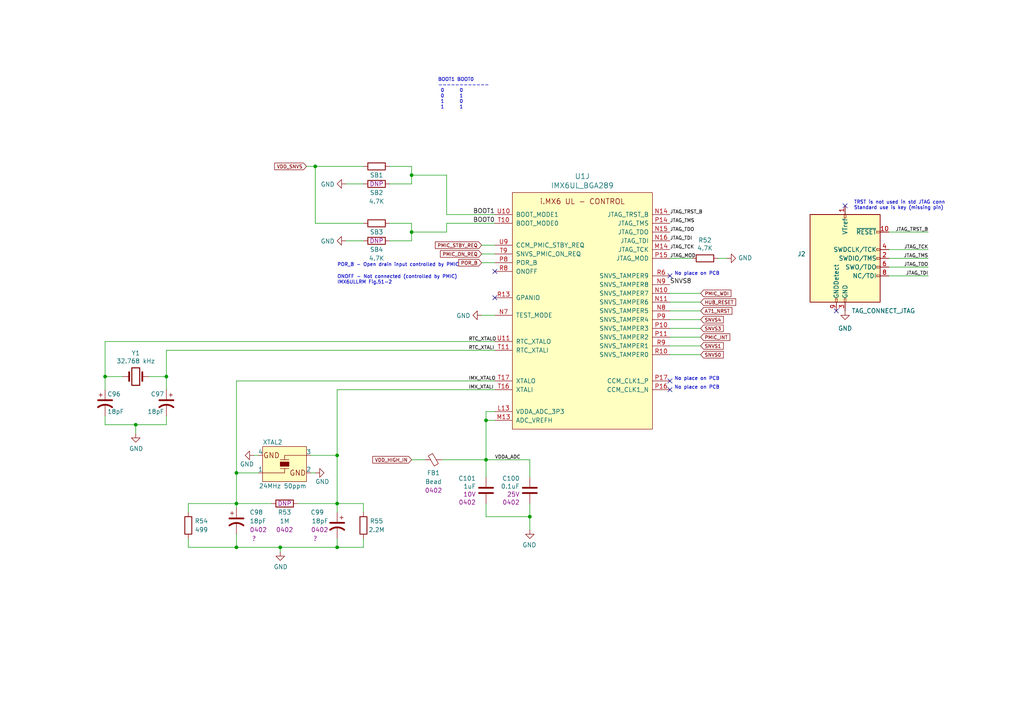
<source format=kicad_sch>
(kicad_sch (version 20211123) (generator eeschema)
  (paper "A4")
  (lib_symbols
    (symbol "Connector:Conn_ARM_JTAG_SWD_10" (pin_names (offset 1.016))
      (property "Reference" "J" (at -2.54 16.51 0))
      (property "Value" "Conn_ARM_JTAG_SWD_10" (at -2.54 13.97 0))
      (symbol "Conn_ARM_JTAG_SWD_10_1_1"
        (pin power_in line (at 0 15.24 270) (length 2.54) (name "VTref") (number "1"))
        (pin open_collector line (at 12.7 7.62 180) (length 2.54) (name "~{RESET}") (number "10"))
        (pin bidirectional line (at 12.7 0 180) (length 2.54) (name "SWDIO/TMS") (number "2"))
        (pin power_in line (at 0 -15.24 90) (length 2.54) (name "GND") (number "3"))
        (pin output line (at 12.7 2.54 180) (length 2.54) (name "SWDCLK/TCK") (number "4"))
        (pin passive line (at 0 -15.24 90) (length 2.54) hide (name "GND") (number "5"))
        (pin input line (at 12.7 -2.54 180) (length 2.54) (name "SWO/TDO") (number "6"))
        (pin no_connect line (at -10.16 0 0) (length 2.54) hide (name "KEY") (number "7"))
        (pin output line (at 12.7 -5.08 180) (length 2.54) (name "NC/TDI") (number "8"))
        (pin passive line (at -2.54 -15.24 90) (length 2.54) (name "GNDDetect") (number "9"))
      )
    )
    (symbol "Device:C" (pin_numbers hide) (pin_names (offset 0.254))
      (property "Reference" "C" (at 0.635 2.54 0))
      (property "Value" "C" (at 0.635 -2.54 0))
      (symbol "C_1_1"
        (pin passive line (at 0 3.81 270) (length 2.794) (name "~") (number "1"))
        (pin passive line (at 0 -3.81 90) (length 2.794) (name "~") (number "2"))
      )
    )
    (symbol "Device:Crystal" (pin_numbers hide) (pin_names (offset 1.016) hide)
      (property "Reference" "Y" (at 0 3.81 0))
      (property "Value" "Crystal" (at 0 -3.81 0))
      (symbol "Crystal_1_1"
        (pin passive line (at -3.81 0 0) (length 1.27) (name "1") (number "1"))
        (pin passive line (at 3.81 0 180) (length 1.27) (name "2") (number "2"))
      )
    )
    (symbol "Device:Ferrite_Bead_Small" (pin_numbers hide) (pin_names (offset 0))
      (property "Reference" "FB" (at 1.905 1.27 0))
      (property "Value" "Device_Ferrite_Bead_Small" (at 1.905 -1.27 0))
      (symbol "Ferrite_Bead_Small_1_1"
        (pin passive line (at 0 2.54 270) (length 1.27) (name "~") (number "1"))
        (pin passive line (at 0 -2.54 90) (length 1.27) (name "~") (number "2"))
      )
    )
    (symbol "Device:R" (pin_numbers hide) (pin_names (offset 0))
      (property "Reference" "R" (at 2.032 0 90))
      (property "Value" "R" (at 0 0 90))
      (symbol "R_1_1"
        (pin passive line (at 0 3.81 270) (length 1.27) (name "~") (number "1"))
        (pin passive line (at 0 -3.81 90) (length 1.27) (name "~") (number "2"))
      )
    )
    (symbol "custom_components:IMX6UL_BGA289" (pin_names (offset 1.016))
      (property "Reference" "U" (at 0 5.08 0))
      (property "Value" "IMX6UL_BGA289" (at 0 2.54 0))
      (symbol "IMX6UL_BGA289_1_0"
        (text "i.MX6 UL - POWER" (at 0 -2.54 0) (effects (font (size 1.524 1.524))))
      )
      (symbol "IMX6UL_BGA289_1_1"
        (text "LDO_1P1" (at -0.635 -57.15 0) (effects (font (size 1.27 1.27))))
        (text "LDO_2P5" (at -0.635 -50.8 0) (effects (font (size 1.27 1.27))))
        (text "LDO_ARM_SOC" (at 0 -11.43 0) (effects (font (size 1.27 1.27))))
        (text "LDO_SNVS" (at 0 -80.01 0) (effects (font (size 1.27 1.27))))
        (pin power_out line (at 34.29 -40.64 180) (length 5.08) (name "VDD_ARM_CAP") (number "G10"))
        (pin power_out line (at 34.29 -35.56 180) (length 5.08) (name "VDD_ARM_CAP") (number "G11"))
        (pin power_out line (at 34.29 -5.08 180) (length 5.08) (name "VDD_SOC_CAP") (number "G8"))
        (pin power_out line (at 34.29 -33.02 180) (length 5.08) (name "VDD_ARM_CAP") (number "G9"))
        (pin power_in line (at -34.29 -7.62 0) (length 5.08) (name "VDD_SOC_IN") (number "H10"))
        (pin power_out line (at 34.29 -38.1 180) (length 5.08) (name "VDD_ARM_CAP") (number "H11"))
        (pin power_out line (at 34.29 -17.78 180) (length 5.08) (name "VDD_SOC_CAP") (number "H8"))
        (pin power_in line (at -34.29 -5.08 0) (length 5.08) (name "VDD_SOC_IN") (number "H9"))
        (pin power_in line (at -34.29 -10.16 0) (length 5.08) (name "VDD_SOC_IN") (number "J10"))
        (pin power_out line (at 34.29 -12.7 180) (length 5.08) (name "VDD_SOC_CAP") (number "J11"))
        (pin power_out line (at 34.29 -20.32 180) (length 5.08) (name "VDD_SOC_CAP") (number "J8"))
        (pin power_in line (at -34.29 -15.24 0) (length 5.08) (name "VDD_SOC_IN") (number "J9"))
        (pin power_in line (at -34.29 -12.7 0) (length 5.08) (name "VDD_SOC_IN") (number "K10"))
        (pin power_out line (at 34.29 -15.24 180) (length 5.08) (name "VDD_SOC_CAP") (number "K11"))
        (pin power_out line (at 34.29 -22.86 180) (length 5.08) (name "VDD_SOC_CAP") (number "K8"))
        (pin power_in line (at -34.29 -17.78 0) (length 5.08) (name "VDD_SOC_IN") (number "K9"))
        (pin power_out line (at 34.29 -10.16 180) (length 5.08) (name "VDD_SOC_CAP") (number "L10"))
        (pin power_out line (at 34.29 -27.94 180) (length 5.08) (name "VDD_SOC_CAP") (number "L11"))
        (pin power_out line (at 34.29 -25.4 180) (length 5.08) (name "VDD_SOC_CAP") (number "L8"))
        (pin power_out line (at 34.29 -7.62 180) (length 5.08) (name "VDD_SOC_CAP") (number "L9"))
        (pin power_out line (at 34.29 -80.01 180) (length 5.08) (name "VDD_SNVS_CAP") (number "N12"))
        (pin power_in line (at -34.29 -50.8 0) (length 5.08) (name "VDD_HIGH_IN") (number "N13"))
        (pin power_in line (at -34.29 -80.01 0) (length 5.08) (name "VDD_SNVS_IN") (number "P12"))
        (pin power_out line (at 34.29 -57.15 180) (length 5.08) (name "NVCC_PLL") (number "P13"))
        (pin power_out line (at 34.29 -53.34 180) (length 5.08) (name "VDD_HIGH_CAP") (number "R14"))
        (pin power_out line (at 34.29 -50.8 180) (length 5.08) (name "VDD_HIGH_CAP") (number "R15"))
      )
      (symbol "IMX6UL_BGA289_2_0"
        (text "i.MX6 UL - DDR" (at 0 -2.54 0) (effects (font (size 1.524 1.524))))
      )
      (symbol "IMX6UL_BGA289_2_1"
        (pin input line (at 22.86 -8.89 180) (length 5.08) (name "DRAM_ODT1") (number "F1"))
        (pin input line (at 22.86 -36.83 180) (length 5.08) (name "DRAM_ADDR14") (number "G1"))
        (pin input line (at 22.86 -57.15 180) (length 5.08) (name "DRAM_ADDR06") (number "G2"))
        (pin input line (at -22.86 -6.35 0) (length 5.08) (name "DRAM_RESET") (number "G4"))
        (pin power_in line (at -22.86 -92.71 0) (length 5.08) (name "NVCC_DRAM") (number "G6"))
        (pin input line (at 22.86 -16.51 180) (length 5.08) (name "DRAM_SDBA1") (number "H1"))
        (pin input line (at 22.86 -69.85 180) (length 5.08) (name "DRAM_ADDR01") (number "H2"))
        (pin input line (at 22.86 -39.37 180) (length 5.08) (name "DRAM_ADDR13") (number "H3"))
        (pin input line (at 22.86 -54.61 180) (length 5.08) (name "DRAM_ADDR07") (number "H4"))
        (pin input line (at 22.86 -29.21 180) (length 5.08) (name "DRAM_CS1_B") (number "H5"))
        (pin power_in line (at -22.86 -90.17 0) (length 5.08) (name "NVCC_DRAM") (number "H6"))
        (pin input line (at 22.86 -26.67 180) (length 5.08) (name "DRAM_SDWE_B") (number "J1"))
        (pin input line (at 22.86 -24.13 180) (length 5.08) (name "DRAM_CAS_B") (number "J2"))
        (pin input line (at -22.86 -24.13 0) (length 5.08) (name "DRAM_SDCKE1") (number "J3"))
        (pin input line (at 22.86 -52.07 180) (length 5.08) (name "DRAM_ADDR08") (number "J4"))
        (pin power_in line (at -22.86 -80.01 0) (length 5.08) (name "NVCC_DRAM") (number "J6"))
        (pin input line (at 22.86 -67.31 180) (length 5.08) (name "DRAM_ADDR02") (number "K1"))
        (pin input line (at 22.86 -13.97 180) (length 5.08) (name "DRAM_SDBA2") (number "K2"))
        (pin input line (at 22.86 -44.45 180) (length 5.08) (name "DRAM_ADDR11") (number "K3"))
        (pin input line (at 22.86 -62.23 180) (length 5.08) (name "DRAM_ADDR04") (number "K4"))
        (pin input line (at 22.86 -34.29 180) (length 5.08) (name "DRAM_ADDR15") (number "K5"))
        (pin power_in line (at -22.86 -82.55 0) (length 5.08) (name "NVCC_DRAM") (number "K6"))
        (pin input line (at 22.86 -59.69 180) (length 5.08) (name "DRAM_ADDR05") (number "L1"))
        (pin input line (at 22.86 -49.53 180) (length 5.08) (name "DRAM_ADDR09") (number "L2"))
        (pin input line (at 22.86 -41.91 180) (length 5.08) (name "DRAM_ADDR12") (number "L4"))
        (pin input line (at 22.86 -72.39 180) (length 5.08) (name "DRAM_ADDR00") (number "L5"))
        (pin power_in line (at -22.86 -85.09 0) (length 5.08) (name "NVCC_DRAM") (number "L6"))
        (pin input line (at 22.86 -19.05 180) (length 5.08) (name "DRAM_SDBA0") (number "M1"))
        (pin input line (at 22.86 -64.77 180) (length 5.08) (name "DRAM_ADDR03") (number "M2"))
        (pin input line (at -22.86 -26.67 0) (length 5.08) (name "DRAM_SDCKE0") (number "M3"))
        (pin input line (at 22.86 -46.99 180) (length 5.08) (name "DRAM_ADDR10") (number "M4"))
        (pin input line (at 22.86 -21.59 180) (length 5.08) (name "DRAM_RAS_B") (number "M5"))
        (pin power_in line (at -22.86 -87.63 0) (length 5.08) (name "NVCC_DRAM") (number "M6"))
        (pin input line (at 22.86 -11.43 180) (length 5.08) (name "DRAM_ODT0") (number "N1"))
        (pin input line (at 22.86 -31.75 180) (length 5.08) (name "DRAM_CS0_B") (number "N2"))
        (pin input line (at 22.86 -6.35 180) (length 5.08) (name "DRAM_ZQPAD") (number "N4"))
        (pin power_in line (at 22.86 -80.01 180) (length 5.08) (name "NVCC_DRAM_2P5") (number "N6"))
        (pin input line (at -22.86 -19.05 0) (length 5.08) (name "DRAM_SDCLK0_P") (number "P1"))
        (pin input line (at -22.86 -21.59 0) (length 5.08) (name "DRAM_SDCLK0_N") (number "P2"))
        (pin input line (at -22.86 -39.37 0) (length 5.08) (name "DRAM_DATA13") (number "P3"))
        (pin input line (at 22.86 -90.17 180) (length 5.08) (name "DRAM_VREF") (number "P4"))
        (pin input line (at -22.86 -41.91 0) (length 5.08) (name "DRAM_DATA12") (number "P5"))
        (pin input line (at -22.86 -13.97 0) (length 5.08) (name "DRAM_SDQS0_P") (number "P6"))
        (pin input line (at -22.86 -16.51 0) (length 5.08) (name "DRAM_SDQS0_N") (number "P7"))
        (pin input line (at -22.86 -34.29 0) (length 5.08) (name "DRAM_DATA15") (number "R1"))
        (pin input line (at -22.86 -36.83 0) (length 5.08) (name "DRAM_DATA14") (number "R2"))
        (pin input line (at -22.86 -44.45 0) (length 5.08) (name "DRAM_DATA11") (number "R4"))
        (pin input line (at -22.86 -8.89 0) (length 5.08) (name "DRAM_SDQS1_P") (number "T1"))
        (pin input line (at -22.86 -11.43 0) (length 5.08) (name "DRAM_SDQS1_N") (number "T2"))
        (pin input line (at -22.86 -29.21 0) (length 5.08) (name "DRAM_DQM1") (number "T3"))
        (pin input line (at -22.86 -72.39 0) (length 5.08) (name "DRAM_DATA00") (number "T4"))
        (pin input line (at -22.86 -57.15 0) (length 5.08) (name "DRAM_DATA06") (number "T5"))
        (pin input line (at -22.86 -67.31 0) (length 5.08) (name "DRAM_DATA02") (number "T6"))
        (pin input line (at -22.86 -31.75 0) (length 5.08) (name "DRAM_DQM0") (number "T7"))
        (pin input line (at -22.86 -59.69 0) (length 5.08) (name "DRAM_DATA05") (number "T8"))
        (pin input line (at -22.86 -52.07 0) (length 5.08) (name "DRAM_DATA08") (number "U2"))
        (pin input line (at -22.86 -49.53 0) (length 5.08) (name "DRAM_DATA09") (number "U3"))
        (pin input line (at -22.86 -54.61 0) (length 5.08) (name "DRAM_DATA07") (number "U4"))
        (pin input line (at -22.86 -46.99 0) (length 5.08) (name "DRAM_DATA10") (number "U5"))
        (pin input line (at -22.86 -69.85 0) (length 5.08) (name "DRAM_DATA01") (number "U6"))
        (pin input line (at -22.86 -64.77 0) (length 5.08) (name "DRAM_DATA03") (number "U7"))
        (pin input line (at -22.86 -62.23 0) (length 5.08) (name "DRAM_DATA04") (number "U8"))
      )
      (symbol "IMX6UL_BGA289_3_0"
        (text "i.MX6 UL - NAND" (at -1.27 -2.54 0) (effects (font (size 1.524 1.524))))
      )
      (symbol "IMX6UL_BGA289_3_1"
        (pin input line (at -21.59 -16.51 0) (length 5.08) (name "NAND_READY_B") (number "A3"))
        (pin input line (at -21.59 -24.13 0) (length 5.08) (name "NAND_CLE") (number "A4"))
        (pin input line (at 21.59 -11.43 180) (length 5.08) (name "NAND_DATA07") (number "A5"))
        (pin input line (at 21.59 -13.97 180) (length 5.08) (name "NAND_DATA06") (number "A6"))
        (pin input line (at 21.59 -24.13 180) (length 5.08) (name "NAND_DATA02") (number "A7"))
        (pin input line (at -21.59 -31.75 0) (length 5.08) (name "NAND_ALE") (number "B4"))
        (pin input line (at -21.59 -26.67 0) (length 5.08) (name "NAND_CE1_B") (number "B5"))
        (pin input line (at 21.59 -16.51 180) (length 5.08) (name "NAND_DATA05") (number "B6"))
        (pin input line (at 21.59 -26.67 180) (length 5.08) (name "NAND_DATA01") (number "B7"))
        (pin input line (at -21.59 -29.21 0) (length 5.08) (name "NAND_CE0_B") (number "C5"))
        (pin input line (at 21.59 -19.05 180) (length 5.08) (name "NAND_DATA04") (number "C6"))
        (pin input line (at -21.59 -13.97 0) (length 5.08) (name "NAND_WE_B") (number "C8"))
        (pin input line (at -21.59 -11.43 0) (length 5.08) (name "NAND_WP_B") (number "D5"))
        (pin input line (at 21.59 -21.59 180) (length 5.08) (name "NAND_DATA03") (number "D6"))
        (pin input line (at 21.59 -29.21 180) (length 5.08) (name "NAND_DATA00") (number "D7"))
        (pin input line (at -21.59 -19.05 0) (length 5.08) (name "NAND_RE_B") (number "D8"))
        (pin input line (at -21.59 -21.59 0) (length 5.08) (name "NAND_DQS") (number "E6"))
        (pin power_in line (at -21.59 -6.35 0) (length 5.08) (name "NVCC_NAND") (number "E7"))
      )
      (symbol "IMX6UL_BGA289_4_0"
        (text "i.MX6 UL - CSI" (at 0 -2.54 0) (effects (font (size 1.524 1.524))))
      )
      (symbol "IMX6UL_BGA289_4_1"
        (pin input line (at 19.05 -6.35 180) (length 5.08) (name "CSI_DATA07") (number "D1"))
        (pin input line (at 19.05 -8.89 180) (length 5.08) (name "CSI_DATA06") (number "D2"))
        (pin input line (at 19.05 -11.43 180) (length 5.08) (name "CSI_DATA05") (number "D3"))
        (pin input line (at 19.05 -13.97 180) (length 5.08) (name "CSI_DATA04") (number "D4"))
        (pin input line (at 19.05 -16.51 180) (length 5.08) (name "CSI_DATA03") (number "E1"))
        (pin input line (at 19.05 -19.05 180) (length 5.08) (name "CSI_DATA02") (number "E2"))
        (pin input line (at 19.05 -21.59 180) (length 5.08) (name "CSI_DATA01") (number "E3"))
        (pin input line (at 19.05 -24.13 180) (length 5.08) (name "CSI_DATA00") (number "E4"))
        (pin input line (at 19.05 -31.75 180) (length 5.08) (name "CSI_PIXCLK") (number "E5"))
        (pin input line (at 19.05 -29.21 180) (length 5.08) (name "CSI_VSYNC") (number "F2"))
        (pin input line (at 19.05 -36.83 180) (length 5.08) (name "CSI_HSYNC") (number "F3"))
        (pin power_in line (at -17.78 -6.35 0) (length 5.08) (name "NVCC_CSI") (number "F4"))
        (pin input line (at 19.05 -34.29 180) (length 5.08) (name "CSI_MCLK") (number "F5"))
      )
      (symbol "IMX6UL_BGA289_5_0"
        (text "i.MX6 UL - GPIO" (at 0 -2.54 0) (effects (font (size 1.524 1.524))))
      )
      (symbol "IMX6UL_BGA289_5_1"
        (pin power_in line (at -17.78 -6.35 0) (length 5.08) (name "NVCC_GPIO") (number "J13"))
        (pin input line (at 17.78 -29.21 180) (length 5.08) (name "GPIO1_IO00") (number "K13"))
        (pin input line (at 17.78 -13.97 180) (length 5.08) (name "GPIO1_IO06") (number "K17"))
        (pin input line (at 17.78 -24.13 180) (length 5.08) (name "GPIO1_IO02") (number "L14"))
        (pin input line (at 17.78 -26.67 180) (length 5.08) (name "GPIO1_IO01") (number "L15"))
        (pin input line (at 17.78 -11.43 180) (length 5.08) (name "GPIO1_IO07") (number "L16"))
        (pin input line (at 17.78 -21.59 180) (length 5.08) (name "GPIO1_IO03") (number "L17"))
        (pin input line (at 17.78 -6.35 180) (length 5.08) (name "GPIO1_IO09") (number "M15"))
        (pin input line (at 17.78 -19.05 180) (length 5.08) (name "GPIO1_IO04") (number "M16"))
        (pin input line (at 17.78 -16.51 180) (length 5.08) (name "GPIO1_IO05") (number "M17"))
        (pin input line (at 17.78 -8.89 180) (length 5.08) (name "GPIO1_IO08") (number "N17"))
      )
      (symbol "IMX6UL_BGA289_6_0"
        (text "i.MX6 UL - LCD" (at 0 -2.54 0) (effects (font (size 1.524 1.524))))
      )
      (symbol "IMX6UL_BGA289_6_1"
        (pin input line (at -21.59 -29.21 0) (length 5.08) (name "LCD_DATA06") (number "A10"))
        (pin input line (at 21.59 -41.91 180) (length 5.08) (name "LCD_DATA09") (number "A11"))
        (pin input line (at 21.59 -29.21 180) (length 5.08) (name "LCD_DATA14") (number "A12"))
        (pin input line (at 21.59 -19.05 180) (length 5.08) (name "LCD_DATA18") (number "A13"))
        (pin input line (at 21.59 -8.89 180) (length 5.08) (name "LCD_DATA22") (number "A14"))
        (pin input line (at -21.59 -11.43 0) (length 5.08) (name "LCD_CLK") (number "A8"))
        (pin input line (at -21.59 -41.91 0) (length 5.08) (name "LCD_DATA01") (number "A9"))
        (pin input line (at -21.59 -31.75 0) (length 5.08) (name "LCD_DATA05") (number "B10"))
        (pin input line (at 21.59 -44.45 180) (length 5.08) (name "LCD_DATA08") (number "B11"))
        (pin input line (at 21.59 -31.75 180) (length 5.08) (name "LCD_DATA13") (number "B12"))
        (pin input line (at 21.59 -21.59 180) (length 5.08) (name "LCD_DATA17") (number "B13"))
        (pin input line (at 21.59 -11.43 180) (length 5.08) (name "LCD_DATA21") (number "B14"))
        (pin input line (at 21.59 -6.35 180) (length 5.08) (name "LCD_DATA23") (number "B16"))
        (pin input line (at -21.59 -16.51 0) (length 5.08) (name "LCD_ENABLE") (number "B8"))
        (pin input line (at -21.59 -44.45 0) (length 5.08) (name "LCD_DATA00") (number "B9"))
        (pin input line (at -21.59 -34.29 0) (length 5.08) (name "LCD_DATA04") (number "C10"))
        (pin input line (at 21.59 -34.29 180) (length 5.08) (name "LCD_DATA12") (number "C12"))
        (pin input line (at 21.59 -24.13 180) (length 5.08) (name "LCD_DATA16") (number "C13"))
        (pin input line (at 21.59 -13.97 180) (length 5.08) (name "LCD_DATA20") (number "C14"))
        (pin input line (at -21.59 -19.05 0) (length 5.08) (name "LCD_VSYNC") (number "C9"))
        (pin input line (at -21.59 -36.83 0) (length 5.08) (name "LCD_DATA03") (number "D10"))
        (pin input line (at -21.59 -26.67 0) (length 5.08) (name "LCD_DATA07") (number "D11"))
        (pin input line (at 21.59 -36.83 180) (length 5.08) (name "LCD_DATA11") (number "D12"))
        (pin input line (at 21.59 -26.67 180) (length 5.08) (name "LCD_DATA15") (number "D13"))
        (pin input line (at 21.59 -16.51 180) (length 5.08) (name "LCD_DATA19") (number "D14"))
        (pin input line (at -21.59 -21.59 0) (length 5.08) (name "LCD_HSYNC") (number "D9"))
        (pin input line (at -21.59 -39.37 0) (length 5.08) (name "LCD_DATA02") (number "E10"))
        (pin input line (at 21.59 -39.37 180) (length 5.08) (name "LCD_DATA10") (number "E12"))
        (pin power_in line (at -21.59 -6.35 0) (length 5.08) (name "NVCC_LCD") (number "E13"))
        (pin input line (at -21.59 -13.97 0) (length 5.08) (name "LCD_RESET") (number "E9"))
      )
      (symbol "IMX6UL_BGA289_7_0"
        (text "i.MX6 UL - USB" (at 0 -2.54 0) (effects (font (size 1.524 1.524))))
      )
      (symbol "IMX6UL_BGA289_7_1"
        (text "LDO_USB" (at -7.62 -26.67 0) (effects (font (size 1.27 1.27))))
        (pin power_out line (at 20.32 -26.67 180) (length 5.08) (name "VDD_USB_CAP") (number "R12"))
        (pin power_in line (at -19.05 -6.35 0) (length 5.08) (name "USB_OTG1_VBUS") (number "T12"))
        (pin input line (at 20.32 -19.05 180) (length 5.08) (name "USB_OTG2_DN") (number "T13"))
        (pin input line (at 20.32 -11.43 180) (length 5.08) (name "USB_OTG1_DN") (number "T15"))
        (pin power_in line (at -19.05 -16.51 0) (length 5.08) (name "USB_OTG2_VBUS") (number "U12"))
        (pin input line (at 20.32 -21.59 180) (length 5.08) (name "USB_OTG2_DP") (number "U13"))
        (pin input line (at 20.32 -13.97 180) (length 5.08) (name "USB_OTG1_DP") (number "U15"))
        (pin input line (at 20.32 -8.89 180) (length 5.08) (name "USB_OTG1_CHD_B") (number "U16"))
      )
      (symbol "IMX6UL_BGA289_8_0"
        (text "i.MX6 UL - SD" (at 0 -2.54 0) (effects (font (size 1.524 1.524))))
      )
      (symbol "IMX6UL_BGA289_8_1"
        (pin input line (at 17.78 -5.08 180) (length 5.08) (name "SD1_DATA3") (number "A2"))
        (pin input line (at 17.78 -7.62 180) (length 5.08) (name "SD1_DATA2") (number "B1"))
        (pin input line (at 17.78 -10.16 180) (length 5.08) (name "SD1_DATA1") (number "B2"))
        (pin input line (at 17.78 -12.7 180) (length 5.08) (name "SD1_DATA0") (number "B3"))
        (pin input line (at 17.78 -17.78 180) (length 5.08) (name "SD1_CLK") (number "C1"))
        (pin input line (at 17.78 -15.24 180) (length 5.08) (name "SD1_CMD") (number "C2"))
        (pin power_in line (at -17.78 -5.08 0) (length 5.08) (name "NVCC_SD1") (number "C4"))
      )
      (symbol "IMX6UL_BGA289_9_0"
        (text "i.MX6 UL - ETHERNET" (at 0 -2.54 0) (effects (font (size 1.524 1.524))))
      )
      (symbol "IMX6UL_BGA289_9_1"
        (pin input line (at 22.86 -16.51 180) (length 5.08) (name "ENET2_TX_DATA0") (number "A15"))
        (pin input line (at 22.86 -13.97 180) (length 5.08) (name "ENET2_TX_DATA1") (number "A16"))
        (pin input line (at 22.86 -11.43 180) (length 5.08) (name "ENET2_TX_EN") (number "B15"))
        (pin input line (at 22.86 -24.13 180) (length 5.08) (name "ENET2_RX_EN") (number "B17"))
        (pin input line (at 22.86 -26.67 180) (length 5.08) (name "ENET2_RX_DATA1") (number "C16"))
        (pin input line (at 22.86 -29.21 180) (length 5.08) (name "ENET2_RX_DATA0") (number "C17"))
        (pin input line (at -22.86 -21.59 0) (length 5.08) (name "ENET1_RX_ER") (number "D15"))
        (pin input line (at 22.86 -21.59 180) (length 5.08) (name "ENET2_RX_ER") (number "D16"))
        (pin input line (at 22.86 -19.05 180) (length 5.08) (name "ENET2_TX_CLK") (number "D17"))
        (pin input line (at -22.86 -13.97 0) (length 5.08) (name "ENET1_TX_DATA1") (number "E14"))
        (pin input line (at -22.86 -16.51 0) (length 5.08) (name "ENET1_TX_DATA0") (number "E15"))
        (pin input line (at -22.86 -24.13 0) (length 5.08) (name "ENET1_RX_EN") (number "E16"))
        (pin input line (at -22.86 -26.67 0) (length 5.08) (name "ENET1_RX_DATA1") (number "E17"))
        (pin power_in line (at -22.86 -6.35 0) (length 5.08) (name "NVCC_ENET") (number "F13"))
        (pin input line (at -22.86 -19.05 0) (length 5.08) (name "ENET1_TX_CLK") (number "F14"))
        (pin input line (at -22.86 -11.43 0) (length 5.08) (name "ENET1_TX_EN") (number "F15"))
        (pin input line (at -22.86 -29.21 0) (length 5.08) (name "ENET1_RX_DATA0") (number "F16"))
      )
      (symbol "IMX6UL_BGA289_10_0"
        (text "i.MX6 UL - CONTROL" (at 0 -2.54 0) (effects (font (size 1.524 1.524))))
      )
      (symbol "IMX6UL_BGA289_10_1"
        (pin power_in line (at -25.4 -63.5 0) (length 5.08) (name "VDDA_ADC_3P3") (number "L13"))
        (pin power_in line (at -25.4 -66.04 0) (length 5.08) (name "ADC_VREFH") (number "M13"))
        (pin input line (at 25.4 -16.51 180) (length 5.08) (name "JTAG_TCK") (number "M14"))
        (pin input line (at 25.4 -29.21 180) (length 5.08) (name "SNVS_TAMPER7") (number "N10"))
        (pin input line (at 25.4 -31.75 180) (length 5.08) (name "SNVS_TAMPER6") (number "N11"))
        (pin input line (at 25.4 -6.35 180) (length 5.08) (name "JTAG_TRST_B") (number "N14"))
        (pin input line (at 25.4 -11.43 180) (length 5.08) (name "JTAG_TDO") (number "N15"))
        (pin input line (at 25.4 -13.97 180) (length 5.08) (name "JTAG_TDI") (number "N16"))
        (pin input line (at -25.4 -35.56 0) (length 5.08) (name "TEST_MODE") (number "N7"))
        (pin input line (at 25.4 -34.29 180) (length 5.08) (name "SNVS_TAMPER5") (number "N8"))
        (pin input line (at 25.4 -26.67 180) (length 5.08) (name "SNVS_TAMPER8") (number "N9"))
        (pin input line (at 25.4 -39.37 180) (length 5.08) (name "SNVS_TAMPER3") (number "P10"))
        (pin input line (at 25.4 -41.91 180) (length 5.08) (name "SNVS_TAMPER2") (number "P11"))
        (pin input line (at 25.4 -8.89 180) (length 5.08) (name "JTAG_TMS") (number "P14"))
        (pin input line (at 25.4 -19.05 180) (length 5.08) (name "JTAG_MOD") (number "P15"))
        (pin bidirectional line (at 25.4 -57.15 180) (length 5.08) (name "CCM_CLK1_N") (number "P16"))
        (pin bidirectional line (at 25.4 -54.61 180) (length 5.08) (name "CCM_CLK1_P") (number "P17"))
        (pin input line (at -25.4 -20.32 0) (length 5.08) (name "POR_B") (number "P8"))
        (pin input line (at 25.4 -36.83 180) (length 5.08) (name "SNVS_TAMPER4") (number "P9"))
        (pin input line (at 25.4 -46.99 180) (length 5.08) (name "SNVS_TAMPER0") (number "R10"))
        (pin input line (at -25.4 -30.48 0) (length 5.08) (name "GPANIO") (number "R13"))
        (pin input line (at 25.4 -24.13 180) (length 5.08) (name "SNVS_TAMPER9") (number "R6"))
        (pin input line (at -25.4 -22.86 0) (length 5.08) (name "ONOFF") (number "R8"))
        (pin input line (at 25.4 -44.45 180) (length 5.08) (name "SNVS_TAMPER1") (number "R9"))
        (pin input line (at -25.4 -8.89 0) (length 5.08) (name "BOOT_MODE0") (number "T10"))
        (pin input line (at -25.4 -45.72 0) (length 5.08) (name "RTC_XTALI") (number "T11"))
        (pin input line (at -25.4 -57.15 0) (length 5.08) (name "XTALI") (number "T16"))
        (pin input line (at -25.4 -54.61 0) (length 5.08) (name "XTALO") (number "T17"))
        (pin input line (at -25.4 -17.78 0) (length 5.08) (name "SNVS_PMIC_ON_REQ") (number "T9"))
        (pin input line (at -25.4 -6.35 0) (length 5.08) (name "BOOT_MODE1") (number "U10"))
        (pin input line (at -25.4 -43.18 0) (length 5.08) (name "RTC_XTALO") (number "U11"))
        (pin input line (at -25.4 -15.24 0) (length 5.08) (name "CCM_PMIC_STBY_REQ") (number "U9"))
      )
      (symbol "IMX6UL_BGA289_11_0"
        (text "i.MX6 UL - UART" (at 0 -2.54 0) (effects (font (size 1.524 1.524))))
      )
      (symbol "IMX6UL_BGA289_11_1"
        (pin input line (at 21.59 -54.61 180) (length 5.08) (name "UART5_TX_DATA") (number "F17"))
        (pin input line (at 21.59 -52.07 180) (length 5.08) (name "UART5_RX_DATA") (number "G13"))
        (pin input line (at 21.59 -34.29 180) (length 5.08) (name "UART3_RTS_B") (number "G14"))
        (pin input line (at 21.59 -44.45 180) (length 5.08) (name "UART4_RX_DATA") (number "G16"))
        (pin input line (at 21.59 -46.99 180) (length 5.08) (name "UART4_TX_DATA") (number "G17"))
        (pin power_in line (at -22.86 -6.35 0) (length 5.08) (name "NVCC_UART") (number "H13"))
        (pin input line (at 21.59 -21.59 180) (length 5.08) (name "UART2_RTS_B") (number "H14"))
        (pin input line (at 21.59 -31.75 180) (length 5.08) (name "UART3_CTS_B") (number "H15"))
        (pin input line (at 21.59 -36.83 180) (length 5.08) (name "UART3_RX_DATA") (number "H16"))
        (pin input line (at 21.59 -39.37 180) (length 5.08) (name "UART3_TX_DATA") (number "H17"))
        (pin input line (at 21.59 -8.89 180) (length 5.08) (name "UART1_RTS_B") (number "J14"))
        (pin input line (at 21.59 -19.05 180) (length 5.08) (name "UART2_CTS_B") (number "J15"))
        (pin input line (at 21.59 -24.13 180) (length 5.08) (name "UART2_RX_DATA") (number "J16"))
        (pin input line (at 21.59 -26.67 180) (length 5.08) (name "UART2_TX_DATA") (number "J17"))
        (pin input line (at 21.59 -13.97 180) (length 5.08) (name "UART1_TX_DATA") (number "K14"))
        (pin input line (at 21.59 -6.35 180) (length 5.08) (name "UART1_CTS_B") (number "K15"))
        (pin input line (at 21.59 -11.43 180) (length 5.08) (name "UART1_RX_DATA") (number "K16"))
      )
      (symbol "IMX6UL_BGA289_12_0"
        (text "i.MX6 UL - GND" (at 0 -2.54 0) (effects (font (size 1.524 1.524))))
      )
      (symbol "IMX6UL_BGA289_12_1"
        (pin power_in line (at -22.86 -5.08 0) (length 5.08) (name "VSS") (number "A1"))
        (pin power_in line (at 21.59 -58.42 180) (length 5.08) (name "VSS") (number "A17"))
        (pin power_in line (at -22.86 -30.48 0) (length 5.08) (name "VSS") (number "C11"))
        (pin power_in line (at 21.59 -25.4 180) (length 5.08) (name "VSS") (number "C15"))
        (pin power_in line (at -22.86 -35.56 0) (length 5.08) (name "VSS") (number "C3"))
        (pin power_in line (at 21.59 -12.7 180) (length 5.08) (name "VSS") (number "C7"))
        (pin power_in line (at 21.59 -30.48 180) (length 5.08) (name "VSS") (number "E11"))
        (pin power_in line (at 21.59 -7.62 180) (length 5.08) (name "VSS") (number "E8"))
        (pin power_in line (at -22.86 -55.88 0) (length 5.08) (name "VSS") (number "F10"))
        (pin power_in line (at 21.59 -33.02 180) (length 5.08) (name "VSS") (number "F11"))
        (pin power_in line (at 21.59 -40.64 180) (length 5.08) (name "VSS") (number "F12"))
        (pin power_in line (at -22.86 -63.5 0) (length 5.08) (name "VSS") (number "F6"))
        (pin power_in line (at -22.86 -7.62 0) (length 5.08) (name "VSS") (number "F7"))
        (pin power_in line (at 21.59 -10.16 180) (length 5.08) (name "VSS") (number "F8"))
        (pin power_in line (at 21.59 -17.78 180) (length 5.08) (name "VSS") (number "F9"))
        (pin power_in line (at 21.59 -43.18 180) (length 5.08) (name "VSS") (number "G12"))
        (pin power_in line (at 21.59 -27.94 180) (length 5.08) (name "VSS") (number "G15"))
        (pin power_in line (at -22.86 -38.1 0) (length 5.08) (name "VSS") (number "G3"))
        (pin power_in line (at -22.86 -48.26 0) (length 5.08) (name "VSS") (number "G5"))
        (pin power_in line (at -22.86 -10.16 0) (length 5.08) (name "VSS") (number "G7"))
        (pin power_in line (at 21.59 -48.26 180) (length 5.08) (name "VSS") (number "H12"))
        (pin power_in line (at -22.86 -12.7 0) (length 5.08) (name "VSS") (number "H7"))
        (pin power_in line (at 21.59 -45.72 180) (length 5.08) (name "VSS") (number "J12"))
        (pin power_in line (at -22.86 -50.8 0) (length 5.08) (name "VSS") (number "J5"))
        (pin power_in line (at -22.86 -15.24 0) (length 5.08) (name "VSS") (number "J7"))
        (pin power_in line (at 21.59 -50.8 180) (length 5.08) (name "VSS") (number "K12"))
        (pin power_in line (at -22.86 -17.78 0) (length 5.08) (name "VSS") (number "K7"))
        (pin power_in line (at 21.59 -53.34 180) (length 5.08) (name "VSS") (number "L12"))
        (pin power_in line (at -22.86 -40.64 0) (length 5.08) (name "VSS") (number "L3"))
        (pin power_in line (at -22.86 -20.32 0) (length 5.08) (name "VSS") (number "L7"))
        (pin power_in line (at -22.86 -27.94 0) (length 5.08) (name "VSS") (number "M10"))
        (pin power_in line (at 21.59 -35.56 180) (length 5.08) (name "VSS") (number "M11"))
        (pin power_in line (at 21.59 -63.5 180) (length 5.08) (name "NGND_KEL0") (number "M12"))
        (pin power_in line (at -22.86 -22.86 0) (length 5.08) (name "VSS") (number "M7"))
        (pin power_in line (at 21.59 -15.24 180) (length 5.08) (name "VSS") (number "M8"))
        (pin power_in line (at -22.86 -53.34 0) (length 5.08) (name "VSS") (number "M9"))
        (pin power_in line (at -22.86 -43.18 0) (length 5.08) (name "VSS") (number "N3"))
        (pin power_in line (at -22.86 -58.42 0) (length 5.08) (name "VSS") (number "N5"))
        (pin power_in line (at 21.59 -38.1 180) (length 5.08) (name "VSS") (number "R11"))
        (pin power_in line (at 21.59 -55.88 180) (length 5.08) (name "VSS") (number "R16"))
        (pin power_in line (at 21.59 -5.08 180) (length 5.08) (name "VSS") (number "R17"))
        (pin power_in line (at -22.86 -45.72 0) (length 5.08) (name "VSS") (number "R3"))
        (pin power_in line (at -22.86 -60.96 0) (length 5.08) (name "VSS") (number "R5"))
        (pin power_in line (at -22.86 -25.4 0) (length 5.08) (name "VSS") (number "R7"))
        (pin power_in line (at 21.59 -20.32 180) (length 5.08) (name "VSS") (number "T14"))
        (pin power_in line (at -22.86 -33.02 0) (length 5.08) (name "VSS") (number "U1"))
        (pin power_in line (at 21.59 -22.86 180) (length 5.08) (name "VSS") (number "U14"))
        (pin power_in line (at 21.59 -60.96 180) (length 5.08) (name "VSS") (number "U17"))
      )
    )
    (symbol "custom_components:XTAL" (pin_numbers hide) (pin_names (offset 0))
      (property "Reference" "XTAL" (at -6.35 6.35 0))
      (property "Value" "XTAL" (at 6.35 -6.35 0))
      (symbol "XTAL_0_0"
        (text "GND" (at -3.81 2.54 0) (effects (font (size 1.524 1.524))))
        (text "GND" (at 3.81 -2.54 0) (effects (font (size 1.524 1.524))))
      )
      (symbol "XTAL_1_1"
        (pin passive line (at -7.62 -2.54 0) (length 1.27) (name "1") (number "1"))
        (pin passive line (at 7.62 -2.54 180) (length 1.27) (name "2") (number "2"))
        (pin passive line (at 7.62 2.54 180) (length 1.27) (name "3") (number "3"))
        (pin passive line (at -7.62 2.54 0) (length 1.27) (name "4") (number "4"))
      )
    )
    (symbol "nano-rescue:CP1" (pin_numbers hide) (pin_names (offset 0.254) hide)
      (property "Reference" "C" (at 0.635 2.54 0))
      (property "Value" "CP1" (at 0.635 -2.54 0))
      (symbol "CP1_1_1"
        (pin passive line (at 0 3.81 270) (length 2.794) (name "~") (number "1"))
        (pin passive line (at 0 -3.81 90) (length 3.302) (name "~") (number "2"))
      )
    )
    (symbol "nano-rescue:R" (pin_numbers hide) (pin_names (offset 0))
      (property "Reference" "R" (at 2.032 0 90))
      (property "Value" "R" (at 0 0 90))
      (symbol "R_1_1"
        (pin passive line (at 0 3.81 270) (length 1.27) (name "~") (number "1"))
        (pin passive line (at 0 -3.81 90) (length 1.27) (name "~") (number "2"))
      )
    )
    (symbol "power:GND" (power) (pin_names (offset 0))
      (property "Value" "GND" (at 0 -3.81 0))
      (symbol "GND_1_1"
        (pin power_in line (at 0 0 270) (length 0) hide (name "GND") (number "1"))
      )
    )
  )
  (junction (at 153.67 149.86))
  (junction (at 48.26 109.22))
  (junction (at 97.79 132.08))
  (junction (at 39.37 123.19))
  (junction (at 119.38 50.8))
  (junction (at 81.28 158.75))
  (junction (at 91.44 48.26))
  (junction (at 30.48 109.22))
  (junction (at 68.58 158.75))
  (junction (at 97.79 158.75))
  (junction (at 140.97 121.92))
  (junction (at 68.58 137.16))
  (junction (at 97.79 146.05))
  (junction (at 119.38 67.31))
  (junction (at 140.97 133.35))
  (junction (at 68.58 146.05))
  (no_connect (at 245.11 59.69))
  (no_connect (at 143.51 86.36))
  (no_connect (at 194.31 113.03))
  (no_connect (at 194.31 110.49))
  (no_connect (at 194.31 80.01))
  (no_connect (at 143.51 78.74))
  (no_connect (at 242.57 90.17))
  (wire (pts (xy 119.38 50.8) (xy 129.54 50.8)))
  (wire (pts (xy 68.58 146.05) (xy 68.58 147.32)))
  (wire (pts (xy 194.31 74.93) (xy 200.66 74.93)))
  (wire (pts (xy 153.67 149.86) (xy 140.97 149.86)))
  (wire (pts (xy 48.26 101.6) (xy 48.26 109.22)))
  (wire (pts (xy 68.58 158.75) (xy 81.28 158.75)))
  (wire (pts (xy 68.58 154.94) (xy 68.58 158.75)))
  (wire (pts (xy 129.54 64.77) (xy 129.54 67.31)))
  (wire (pts (xy 30.48 109.22) (xy 35.56 109.22)))
  (wire (pts (xy 54.61 146.05) (xy 68.58 146.05)))
  (wire (pts (xy 78.74 146.05) (xy 68.58 146.05)))
  (wire (pts (xy 203.2 95.25) (xy 194.31 95.25)))
  (wire (pts (xy 105.41 156.21) (xy 105.41 158.75)))
  (wire (pts (xy 140.97 119.38) (xy 140.97 121.92)))
  (wire (pts (xy 91.44 48.26) (xy 91.44 64.77)))
  (wire (pts (xy 153.67 149.86) (xy 153.67 153.67)))
  (wire (pts (xy 140.97 133.35) (xy 140.97 138.43)))
  (wire (pts (xy 129.54 67.31) (xy 119.38 67.31)))
  (wire (pts (xy 194.31 85.09) (xy 203.2 85.09)))
  (wire (pts (xy 48.26 120.65) (xy 48.26 123.19)))
  (wire (pts (xy 140.97 121.92) (xy 143.51 121.92)))
  (wire (pts (xy 91.44 48.26) (xy 105.41 48.26)))
  (wire (pts (xy 54.61 148.59) (xy 54.61 146.05)))
  (wire (pts (xy 119.38 53.34) (xy 113.03 53.34)))
  (wire (pts (xy 90.17 137.16) (xy 91.44 137.16)))
  (wire (pts (xy 91.44 64.77) (xy 105.41 64.77)))
  (wire (pts (xy 140.97 146.05) (xy 140.97 149.86)))
  (wire (pts (xy 257.81 67.31) (xy 269.24 67.31)))
  (wire (pts (xy 143.51 76.2) (xy 139.7 76.2)))
  (wire (pts (xy 119.38 133.35) (xy 123.19 133.35)))
  (wire (pts (xy 113.03 48.26) (xy 119.38 48.26)))
  (wire (pts (xy 140.97 133.35) (xy 140.97 121.92)))
  (wire (pts (xy 129.54 50.8) (xy 129.54 62.23)))
  (wire (pts (xy 257.81 72.39) (xy 269.24 72.39)))
  (wire (pts (xy 43.18 109.22) (xy 48.26 109.22)))
  (wire (pts (xy 68.58 110.49) (xy 68.58 137.16)))
  (wire (pts (xy 153.67 146.05) (xy 153.67 149.86)))
  (wire (pts (xy 153.67 133.35) (xy 153.67 138.43)))
  (wire (pts (xy 143.51 64.77) (xy 129.54 64.77)))
  (wire (pts (xy 30.48 99.06) (xy 30.48 109.22)))
  (wire (pts (xy 30.48 99.06) (xy 143.51 99.06)))
  (wire (pts (xy 210.82 74.93) (xy 208.28 74.93)))
  (wire (pts (xy 81.28 158.75) (xy 97.79 158.75)))
  (wire (pts (xy 48.26 123.19) (xy 39.37 123.19)))
  (wire (pts (xy 119.38 67.31) (xy 119.38 69.85)))
  (wire (pts (xy 39.37 125.73) (xy 39.37 123.19)))
  (wire (pts (xy 48.26 101.6) (xy 143.51 101.6)))
  (wire (pts (xy 119.38 48.26) (xy 119.38 50.8)))
  (wire (pts (xy 119.38 64.77) (xy 119.38 67.31)))
  (wire (pts (xy 105.41 146.05) (xy 105.41 148.59)))
  (wire (pts (xy 129.54 62.23) (xy 143.51 62.23)))
  (wire (pts (xy 119.38 69.85) (xy 113.03 69.85)))
  (wire (pts (xy 97.79 132.08) (xy 97.79 146.05)))
  (wire (pts (xy 194.31 97.79) (xy 203.2 97.79)))
  (wire (pts (xy 100.33 69.85) (xy 105.41 69.85)))
  (wire (pts (xy 194.31 92.71) (xy 203.2 92.71)))
  (wire (pts (xy 97.79 158.75) (xy 97.79 156.21)))
  (wire (pts (xy 143.51 119.38) (xy 140.97 119.38)))
  (wire (pts (xy 203.2 87.63) (xy 194.31 87.63)))
  (wire (pts (xy 97.79 113.03) (xy 97.79 132.08)))
  (wire (pts (xy 68.58 110.49) (xy 143.51 110.49)))
  (wire (pts (xy 97.79 146.05) (xy 97.79 148.59)))
  (wire (pts (xy 68.58 137.16) (xy 74.93 137.16)))
  (wire (pts (xy 73.66 132.08) (xy 74.93 132.08)))
  (wire (pts (xy 203.2 100.33) (xy 194.31 100.33)))
  (wire (pts (xy 97.79 146.05) (xy 105.41 146.05)))
  (wire (pts (xy 128.27 133.35) (xy 140.97 133.35)))
  (wire (pts (xy 257.81 74.93) (xy 269.24 74.93)))
  (wire (pts (xy 88.9 48.26) (xy 91.44 48.26)))
  (wire (pts (xy 81.28 160.02) (xy 81.28 158.75)))
  (wire (pts (xy 86.36 146.05) (xy 97.79 146.05)))
  (wire (pts (xy 68.58 158.75) (xy 54.61 158.75)))
  (wire (pts (xy 90.17 132.08) (xy 97.79 132.08)))
  (wire (pts (xy 194.31 102.87) (xy 203.2 102.87)))
  (wire (pts (xy 119.38 50.8) (xy 119.38 53.34)))
  (wire (pts (xy 257.81 77.47) (xy 269.24 77.47)))
  (wire (pts (xy 48.26 109.22) (xy 48.26 113.03)))
  (wire (pts (xy 68.58 137.16) (xy 68.58 146.05)))
  (wire (pts (xy 54.61 158.75) (xy 54.61 156.21)))
  (wire (pts (xy 194.31 90.17) (xy 203.2 90.17)))
  (wire (pts (xy 139.7 73.66) (xy 143.51 73.66)))
  (wire (pts (xy 143.51 71.12) (xy 139.7 71.12)))
  (wire (pts (xy 30.48 123.19) (xy 30.48 120.65)))
  (wire (pts (xy 153.67 133.35) (xy 140.97 133.35)))
  (wire (pts (xy 105.41 158.75) (xy 97.79 158.75)))
  (wire (pts (xy 39.37 123.19) (xy 30.48 123.19)))
  (wire (pts (xy 100.33 53.34) (xy 105.41 53.34)))
  (wire (pts (xy 30.48 113.03) (xy 30.48 109.22)))
  (wire (pts (xy 257.81 80.01) (xy 269.24 80.01)))
  (wire (pts (xy 97.79 113.03) (xy 143.51 113.03)))
  (wire (pts (xy 113.03 64.77) (xy 119.38 64.77)))
  (wire (pts (xy 139.7 91.44) (xy 143.51 91.44)))
  (text "ONOFF - Not connected (controlled by PMIC)\nIMX6ULLRM Fig.51-2" (at 97.79 82.55 0) (effects (font (size 0.9906 0.9906)) (justify left bottom)))
  (text "No place on PCB" (at 195.58 113.03 0) (effects (font (size 0.9906 0.9906)) (justify left bottom)))
  (text "TRST is not used in std JTAG conn\nStandard use is key (missing pin)" (at 247.65 60.96 0) (effects (font (size 0.9906 0.9906)) (justify left bottom)))
  (text "No place on PCB" (at 195.58 80.01 0) (effects (font (size 0.9906 0.9906)) (justify left bottom)))
  (text "POR_B - Open drain input controlled by PMIC" (at 97.79 77.47 0) (effects (font (size 0.9906 0.9906)) (justify left bottom)))
  (text "No place on PCB" (at 195.58 110.49 0) (effects (font (size 0.9906 0.9906)) (justify left bottom)))
  (text "BOOT1 BOOT0\n------------\n 0      0     \n 0      1     \n 1      0     \n 1      1     " (at 127 31.75 0) (effects (font (size 0.9906 0.9906)) (justify left bottom)))
  (label "JTAG_TDI" (at 269.24 80.01 180) (effects (font (size 0.9906 0.9906))))
  (label "JTAG_TMS" (at 269.24 74.93 180) (effects (font (size 0.9906 0.9906))))
  (label "JTAG_TCK" (at 194.31 72.39 0) (effects (font (size 0.9906 0.9906))))
  (label "IMX_XTALO" (at 135.89 110.49 0) (effects (font (size 0.9906 0.9906))))
  (label "RTC_XTALI" (at 135.89 101.6 0) (effects (font (size 0.9906 0.9906))))
  (label "JTAG_MOD" (at 194.31 74.93 0) (effects (font (size 0.9906 0.9906))))
  (label "JTAG_TMS" (at 194.31 64.77 0) (effects (font (size 0.9906 0.9906))))
  (label "BOOT0" (at 143.51 64.77 180))
  (label "RTC_XTALO" (at 135.89 99.06 0) (effects (font (size 0.9906 0.9906))))
  (label "JTAG_TDO" (at 194.31 67.31 0) (effects (font (size 0.9906 0.9906))))
  (label "VDDA_ADC" (at 143.51 133.35 0) (effects (font (size 0.9906 0.9906))))
  (label "JTAG_TCK" (at 269.24 72.39 180) (effects (font (size 0.9906 0.9906))))
  (label "IMX_XTALI" (at 135.89 113.03 0) (effects (font (size 0.9906 0.9906))))
  (label "JTAG_TDI" (at 194.31 69.85 0) (effects (font (size 0.9906 0.9906))))
  (label "BOOT1" (at 143.51 62.23 180))
  (label "JTAG_TRST_B" (at 194.31 62.23 0) (effects (font (size 0.9906 0.9906))))
  (label "JTAG_TDO" (at 269.24 77.47 180) (effects (font (size 0.9906 0.9906))))
  (label "JTAG_TRST_B" (at 269.24 67.31 180) (effects (font (size 0.9906 0.9906))))
  (label "SNVS8" (at 194.31 82.55 0))
  (global_label "PMIC_INT" (shape input) (at 203.2 97.79 0) (effects (font (size 0.9906 0.9906))) (property "Intersheet References" "${INTERSHEET_REFS}" (effects hide)))
  (global_label "PMIC_ON_REQ" (shape input) (at 139.7 73.66 180) (effects (font (size 0.9906 0.9906))) (property "Intersheet References" "${INTERSHEET_REFS}" (effects hide)))
  (global_label "SNVS3" (shape input) (at 203.2 95.25 0) (effects (font (size 0.9906 0.9906))) (property "Intersheet References" "${INTERSHEET_REFS}" (effects hide)))
  (global_label "PMIC_STBY_REQ" (shape input) (at 139.7 71.12 180) (effects (font (size 0.9906 0.9906))) (property "Intersheet References" "${INTERSHEET_REFS}" (effects hide)))
  (global_label "SNVS4" (shape input) (at 203.2 92.71 0) (effects (font (size 0.9906 0.9906))) (property "Intersheet References" "${INTERSHEET_REFS}" (effects hide)))
  (global_label "VDD_SNVS" (shape input) (at 88.9 48.26 180) (effects (font (size 0.9906 0.9906))) (property "Intersheet References" "${INTERSHEET_REFS}" (effects hide)))
  (global_label "HUB_RESET" (shape input) (at 203.2 87.63 0) (effects (font (size 0.9906 0.9906))) (property "Intersheet References" "${INTERSHEET_REFS}" (effects hide)))
  (global_label "PMIC_WDI" (shape input) (at 203.2 85.09 0) (effects (font (size 0.9906 0.9906))) (property "Intersheet References" "${INTERSHEET_REFS}" (effects hide)))
  (global_label "POR_B" (shape input) (at 139.7 76.2 180) (effects (font (size 0.9906 0.9906))) (property "Intersheet References" "${INTERSHEET_REFS}" (effects hide)))
  (global_label "A71_NRST" (shape input) (at 203.2 90.17 0) (effects (font (size 0.9906 0.9906))) (property "Intersheet References" "${INTERSHEET_REFS}" (effects hide)))
  (global_label "SNVS0" (shape input) (at 203.2 102.87 0) (effects (font (size 0.9906 0.9906))) (property "Intersheet References" "${INTERSHEET_REFS}" (effects hide)))
  (global_label "SNVS1" (shape input) (at 203.2 100.33 0) (effects (font (size 0.9906 0.9906))) (property "Intersheet References" "${INTERSHEET_REFS}" (effects hide)))
  (global_label "VDD_HIGH_IN" (shape input) (at 119.38 133.35 180) (effects (font (size 0.9906 0.9906))) (property "Intersheet References" "${INTERSHEET_REFS}" (effects hide)))
  (symbol (lib_id "Device:R") (at 204.47 74.93 270) (mirror x) (unit 1)
    (property "Reference" "R52" (at 204.47 69.6722 90))
    (property "Value" "4.7K" (at 204.47 71.9836 90))
    (property "Footprint" "Custom Components:R_0402_narrow" (effects hide))
    (property "LCSC" "C25900" (effects hide))
    (property "MPN" "0402WGF4701TCE" (effects hide))
    (property "PACKAGE" "0402" (effects hide))
    (property "DESCRIPTION" "RES 4.7K OHM 5% 1/16W 0402" (effects hide))
  )
  (symbol (lib_id "custom_components:XTAL") (at 82.55 134.62 0) (unit 1)
    (property "Reference" "XTAL2" (at 76.2 128.27 0) (effects (justify left)))
    (property "Value" "24MHz 50ppm" (at 88.9 140.97 0) (effects (justify right)))
    (property "Footprint" "Oscillator:Oscillator_SMD_EuroQuartz_XO32-4Pin_3.2x2.5mm" (effects hide))
    (property "MPN" "OXETGLJANF-24MHZ" (effects hide))
    (property "LCSC" "C295524" (effects hide))
    (property "PACKAGE" "SMD-3225_4P" (effects hide))
    (property "DESCRIPTION" "3.3V~3.3V -40℃~+85℃ 15mA ±50ppm 24MHz SMD3225-4P Oscillators ROHS" (effects hide))
  )
  (symbol (lib_id "nano-rescue:CP1") (at 97.79 152.4 0) (mirror y) (unit 1)
    (property "Reference" "C99" (at 93.98 148.59 0) (effects (justify left)))
    (property "Value" "18pF" (at 95.25 151.13 0) (effects (justify left)))
    (property "Footprint" "Custom Components:C_0402_narrow" (effects hide))
    (property "SMD Size" "0402" (at 92.71 153.67 0))
    (property "Voltage" "?" (at 91.44 156.21 0))
    (property "LCSC" "C1549" (effects hide))
    (property "MPN" "0402CG180J500NT" (effects hide))
    (property "PACKAGE" "0402" (effects hide))
    (property "DESCRIPTION" "CAP CER 18PF 25V NP0 0402" (effects hide))
  )
  (symbol (lib_id "nano-rescue:CP1") (at 68.58 151.13 0) (unit 1)
    (property "Reference" "C98" (at 72.39 148.59 0) (effects (justify left)))
    (property "Value" "18pF" (at 72.39 151.13 0) (effects (justify left)))
    (property "Footprint" "Custom Components:C_0402_narrow" (effects hide))
    (property "SMD Size" "0402" (at 74.93 153.67 0))
    (property "Voltage" "?" (at 73.66 156.21 0))
    (property "LCSC" "C1549" (effects hide))
    (property "MPN" "0402CG180J500NT" (effects hide))
    (property "PACKAGE" "0402" (effects hide))
    (property "DESCRIPTION" "CAP CER 18PF 25V NP0 0402" (effects hide))
  )
  (symbol (lib_id "nano-rescue:R") (at 82.55 146.05 270) (mirror x) (unit 1)
    (property "Reference" "R53" (at 82.55 148.59 90))
    (property "Value" "1M" (at 82.55 151.13 90))
    (property "Footprint" "Custom Components:R_0402_narrow" (effects hide))
    (property "SMD Size" "0402" (at 82.55 153.67 90))
    (property "Tolerance" "?" (effects hide))
    (property "DNP" "DNP" (at 82.55 146.05 90))
    (property "LCSC" "C26083" (effects hide))
    (property "MPN" "0402WGF1004TCE" (effects hide))
    (property "PACKAGE" "0402" (effects hide))
    (property "DESCRIPTION" "RES 1M OHM 5% 1/16W 0402" (effects hide))
  )
  (symbol (lib_id "nano-rescue:R") (at 105.41 152.4 0) (mirror y) (unit 1)
    (property "Reference" "R55" (at 109.22 151.13 0))
    (property "Value" "2.2M" (at 109.22 153.67 0))
    (property "Footprint" "Custom Components:R_0402_narrow" (effects hide))
    (property "PACKAGE" "0402" (effects hide))
  )
  (symbol (lib_id "nano-rescue:R") (at 54.61 152.4 0) (mirror y) (unit 1)
    (property "Reference" "R54" (at 58.42 151.13 0))
    (property "Value" "499" (at 58.42 153.67 0))
    (property "Footprint" "Custom Components:R_0402_narrow" (effects hide))
    (property "PACKAGE" "0402" (effects hide))
  )
  (symbol (lib_id "Device:Crystal") (at 39.37 109.22 0) (unit 1)
    (property "Reference" "Y1" (at 39.37 102.4128 0))
    (property "Value" "32.768 kHz" (at 39.37 104.7242 0))
    (property "Footprint" "Crystal:Crystal_SMD_3215-2Pin_3.2x1.5mm" (effects hide))
    (property "MPN" "Q13FC1350000400" (effects hide))
    (property "LCSC" "C32346" (effects hide))
    (property "PACKAGE" "SMD-3215_2P" (effects hide))
    (property "DESCRIPTION" "32.768kHz SMD Crystal Resonator 12.5pF 70kΩ ±20ppm -40℃~+85℃ SMD3215-2P Crystals ROHS" (effects hide))
  )
  (symbol (lib_id "nano-rescue:CP1") (at 30.48 116.84 0) (unit 1)
    (property "Reference" "C96" (at 31.115 114.3 0) (effects (justify left)))
    (property "Value" "18pF" (at 31.115 119.38 0) (effects (justify left)))
    (property "Footprint" "Custom Components:C_0402_narrow" (effects hide))
    (property "LCSC" "C1549" (effects hide))
    (property "MPN" "0402CG180J500NT" (effects hide))
    (property "PACKAGE" "0402" (effects hide))
    (property "DESCRIPTION" "CAP CER 18PF 25V NP0 0402" (effects hide))
  )
  (symbol (lib_id "nano-rescue:CP1") (at 48.26 116.84 0) (mirror y) (unit 1)
    (property "Reference" "C97" (at 47.625 114.3 0) (effects (justify left)))
    (property "Value" "18pF" (at 47.625 119.38 0) (effects (justify left)))
    (property "Footprint" "Custom Components:C_0402_narrow" (effects hide))
    (property "LCSC" "C1549" (effects hide))
    (property "MPN" "0402CG180J500NT" (effects hide))
    (property "PACKAGE" "0402" (effects hide))
    (property "DESCRIPTION" "CAP CER 18PF 25V NP0 0402" (effects hide))
  )
  (symbol (lib_id "custom_components:IMX6UL_BGA289") (at 168.91 55.88 0) (unit 10)
    (property "Reference" "U1" (at 168.91 51.1302 0) (effects (font (size 1.524 1.524))))
    (property "Value" "IMX6UL_BGA289" (at 168.91 53.8226 0) (effects (font (size 1.524 1.524))))
    (property "Footprint" "Custom Components:IMX6UL_BGA289" (effects hide))
    (property "DESCRIPTION" "ARM Cortex-A7 USB OTG 900MHz MAPBGA-289(14x14) Microcontroller Units (MCUs/MPUs/SOCs) ROHS" (effects hide))
    (property "LCSC" "C1555437" (effects hide))
    (property "MPN" "MCIMX6Z0DVM09AB" (effects hide))
    (property "PACKAGE" "C0402_CS" (effects hide))
  )
  (symbol (lib_id "power:GND") (at 153.67 153.67 0) (mirror y) (unit 1)
    (property "Reference" "#PWR099" (effects hide))
    (property "Value" "GND" (at 153.543 158.0642 0))
  )
  (symbol (lib_id "power:GND") (at 81.28 160.02 0) (unit 1)
    (property "Reference" "#PWR0100" (effects hide))
    (property "Value" "GND" (at 81.407 164.4142 0))
  )
  (symbol (lib_id "power:GND") (at 39.37 125.73 0) (unit 1)
    (property "Reference" "#PWR098" (effects hide))
    (property "Value" "GND" (at 39.497 130.1242 0))
  )
  (symbol (lib_id "power:GND") (at 210.82 74.93 90) (unit 1)
    (property "Reference" "#PWR093" (effects hide))
    (property "Value" "GND" (at 214.0712 74.803 90) (effects (justify right)))
  )
  (symbol (lib_id "power:GND") (at 100.33 53.34 270) (unit 1)
    (property "Reference" "#PWR091" (effects hide))
    (property "Value" "GND" (at 97.0788 53.467 90) (effects (justify right)))
  )
  (symbol (lib_id "power:GND") (at 100.33 69.85 270) (unit 1)
    (property "Reference" "#PWR092" (effects hide))
    (property "Value" "GND" (at 97.0788 69.977 90) (effects (justify right)))
  )
  (symbol (lib_id "power:GND") (at 139.7 91.44 270) (unit 1)
    (property "Reference" "#PWR095" (effects hide))
    (property "Value" "GND" (at 136.4488 91.567 90) (effects (justify right)))
  )
  (symbol (lib_id "power:GND") (at 73.66 132.08 270) (unit 1)
    (property "Reference" "#PWR096" (effects hide))
    (property "Value" "GND" (at 73.66 134.62 90) (effects (justify right)))
  )
  (symbol (lib_id "power:GND") (at 91.44 137.16 90) (unit 1)
    (property "Reference" "#PWR097" (effects hide))
    (property "Value" "GND" (at 91.44 139.7 90) (effects (justify right)))
  )
  (symbol (lib_id "Device:C") (at 153.67 142.24 0) (mirror y) (unit 1)
    (property "Reference" "C100" (at 150.749 138.7602 0) (effects (justify left)))
    (property "Value" "0.1uF" (at 150.749 141.0716 0) (effects (justify left)))
    (property "Footprint" "Custom Components:C_0402_narrow" (effects hide))
    (property "Voltage" "25V" (at 150.749 143.383 0) (effects (justify left)))
    (property "SMD size" "0402" (at 150.749 145.6944 0) (effects (justify left)))
    (property "LCSC" "C14663" (effects hide))
    (property "MPN" "CC0603KRX7R9BB104" (effects hide))
    (property "PACKAGE" "0402" (effects hide))
    (property "DESCRIPTION" "CAP CER 0.1UF 50V X7R 0603" (effects hide))
  )
  (symbol (lib_id "Device:C") (at 140.97 142.24 0) (mirror y) (unit 1)
    (property "Reference" "C101" (at 138.049 138.7602 0) (effects (justify left)))
    (property "Value" "1uF" (at 138.049 141.0716 0) (effects (justify left)))
    (property "Footprint" "Custom Components:C_0402_narrow" (effects hide))
    (property "Voltage" "10V" (at 138.049 143.383 0) (effects (justify left)))
    (property "SMD size" "0402" (at 138.049 145.6944 0) (effects (justify left)))
    (property "LCSC" "C52923" (effects hide))
    (property "MPN" "CL05A105KA5NQNC" (effects hide))
    (property "PACKAGE" "0402" (effects hide))
    (property "DESCRIPTION" "CAP CER 1UF 4V X5R 0402" (effects hide))
  )
  (symbol (lib_id "Device:Ferrite_Bead_Small") (at 125.73 133.35 90) (mirror x) (unit 1)
    (property "Reference" "FB1" (at 125.73 137.16 90))
    (property "Value" "Bead" (at 125.73 139.7 90))
    (property "Footprint" "Custom Components:R_0402_narrow" (effects hide))
    (property "SMD Footprint" "0402" (at 125.73 142.24 90))
  )
  (symbol (lib_id "nano-rescue:R") (at 109.22 69.85 270) (mirror x) (unit 1)
    (property "Reference" "SB4" (at 109.22 72.39 90))
    (property "Value" "4.7K" (at 109.22 74.93 90))
    (property "Footprint" "Custom Components:R_0402_narrow" (effects hide))
    (property "SMD Size" "0402" (effects hide))
    (property "Tolerance" "?" (effects hide))
    (property "DNP" "DNP" (at 109.22 69.85 90))
    (property "LCSC" "C25900" (effects hide))
    (property "MPN" "0402WGF1004TCE" (effects hide))
    (property "PACKAGE" "0402" (effects hide))
    (property "DESCRIPTION" "RES 4.7K OHM 5% 1/16W 0402" (effects hide))
  )
  (symbol (lib_id "nano-rescue:R") (at 109.22 53.34 270) (mirror x) (unit 1)
    (property "Reference" "SB2" (at 109.22 55.88 90))
    (property "Value" "4.7K" (at 109.22 58.42 90))
    (property "Footprint" "Custom Components:R_0402_narrow" (effects hide))
    (property "SMD Size" "0402" (effects hide))
    (property "Tolerance" "?" (effects hide))
    (property "DNP" "DNP" (at 109.22 53.34 90))
    (property "LCSC" "C25900" (effects hide))
    (property "MPN" "0402WGF1004TCE" (effects hide))
    (property "PACKAGE" "0402" (effects hide))
    (property "DESCRIPTION" "RES 4.7K OHM 5% 1/16W 0402" (effects hide))
  )
  (symbol (lib_id "nano-rescue:R") (at 109.22 64.77 270) (mirror x) (unit 1)
    (property "Reference" "SB3" (at 109.22 67.31 90))
    (property "Value" "4.7K" (effects hide))
    (property "Footprint" "Custom Components:R_0402_narrow" (effects hide))
    (property "SMD Size" "0402" (effects hide))
    (property "Tolerance" "?" (effects hide))
    (property "LCSC" "C25900" (effects hide))
    (property "MPN" "0402WGF1004TCE" (effects hide))
    (property "PACKAGE" "0402" (effects hide))
    (property "DESCRIPTION" "RES 4.7K OHM 5% 1/16W 0402" (effects hide))
  )
  (symbol (lib_id "nano-rescue:R") (at 109.22 48.26 270) (mirror x) (unit 1)
    (property "Reference" "SB1" (at 109.22 50.8 90))
    (property "Value" "4.7K" (effects hide))
    (property "Footprint" "Custom Components:R_0402_narrow" (effects hide))
    (property "SMD Size" "0402" (effects hide))
    (property "Tolerance" "?" (effects hide))
    (property "LCSC" "C25900" (effects hide))
    (property "MPN" "0402WGF1004TCE" (effects hide))
    (property "PACKAGE" "0402" (effects hide))
    (property "DESCRIPTION" "RES 4.7K OHM 5% 1/16W 0402" (effects hide))
  )
  (symbol (lib_id "power:GND") (at 245.11 90.17 0) (unit 1)
    (property "Reference" "#PWR0101" (effects hide))
    (property "Value" "GND" (at 245.11 95.25 0))
  )
  (symbol (lib_id "Connector:Conn_ARM_JTAG_SWD_10") (at 245.11 74.93 0) (unit 1)
    (property "Reference" "J2" (at 233.68 73.6599 0) (effects (justify right)))
    (property "Value" "TAG_CONNECT_JTAG" (at 265.43 90.1699 0) (effects (justify right)))
    (property "Footprint" "Connector:Tag-Connect_TC2050-IDC-FP_2x05_P1.27mm_Vertical" (effects hide))
    (property "Datasheet" "http://infocenter.arm.com/help/topic/com.arm.doc.ddi0314h/DDI0314H_coresight_components_trm.pdf" (effects hide))
    (property "DNP" "DNP" (effects hide))
  )
)
</source>
